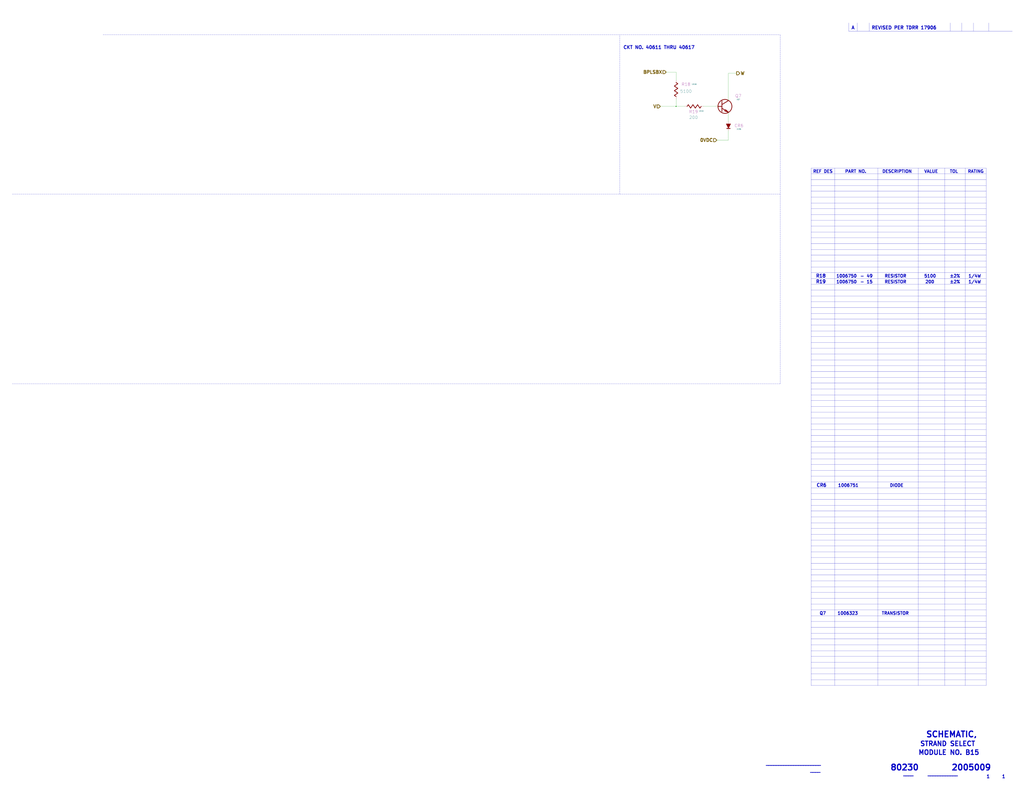
<source format=kicad_sch>
(kicad_sch (version 20211123) (generator eeschema)
  (paper "E")
  (lib_symbols
    (symbol "AGC_DSKY:Diode" (pin_numbers hide) (pin_names (offset 1.016) hide)
      (property "Reference" "CR" (at 0 5.08 0))
      (symbol "Diode_0_1"
        (polyline (pts (xy -2.54 -1.27) (xy -2.54 -1.905)) (stroke (width 0.762)))
        (polyline (pts (xy -2.54 1.27) (xy -2.54 -1.27)) (stroke (width 0.762)))
        (polyline (pts (xy -2.54 1.27) (xy -2.54 1.905)) (stroke (width 0.762)))
        (polyline (pts (xy -2.54 0) (xy 2.54 -2.54) (xy 2.54 2.54) (xy -2.54 0)) (stroke (width 0.2032)) (fill (type outline)))
      )
      (symbol "Diode_1_1"
        (pin passive line (at -5.08 0 0) (length 2.54) (name "K") (number "1"))
        (pin passive line (at 5.08 0 180) (length 2.54) (name "A") (number "2"))
      )
    )
    (symbol "AGC_DSKY:Resistor" (pin_numbers hide) (pin_names (offset 0) hide)
      (property "Reference" "R" (at -0.635 -4.445 0))
      (symbol "Resistor_0_1"
        (polyline (pts (xy -7.62 0) (xy -6.35 -1.905) (xy -3.81 1.905) (xy -1.27 -1.905) (xy 1.27 1.905) (xy 3.81 -1.905) (xy 6.35 1.905) (xy 7.62 0)) (stroke (width 0.762)))
      )
      (symbol "Resistor_1_1"
        (pin passive line (at -10.16 0 0) (length 2.54) (name "1") (number "1"))
        (pin passive line (at 10.16 0 180) (length 2.54) (name "2") (number "2"))
      )
    )
    (symbol "AGC_DSKY:Transistor-NPN" (pin_numbers hide) (pin_names (offset 0) hide)
      (property "Reference" "Q" (at 0 10.541 0))
      (symbol "Transistor-NPN_0_1"
        (polyline (pts (xy -3.302 -2.032) (xy 3.81 -6.35)) (stroke (width 0.762)))
        (polyline (pts (xy -3.302 2.032) (xy 3.81 6.35)) (stroke (width 0.762)))
        (polyline (pts (xy -3.302 5.969) (xy -3.302 -5.715)) (stroke (width 0.762)))
        (polyline (pts (xy -3.302 0) (xy -7.62 0) (xy -7.493 0)) (stroke (width 0.762)))
        (polyline (pts (xy -0.127 -4.826) (xy 0.635 -3.556) (xy 3.81 -6.35) (xy -0.254 -4.953)) (stroke (width 0.762)) (fill (type outline)))
        (circle (center 0 0) (radius 7.62) (stroke (width 0.762)))
      )
      (symbol "Transistor-NPN_1_1"
        (pin passive line (at 3.81 6.35 180) (length 0) (name "C") (number "1"))
        (pin passive line (at -7.62 0 0) (length 0) (name "B") (number "2"))
        (pin passive line (at 3.81 -6.35 180) (length 0) (name "E") (number "3"))
      )
    )
  )
  (junction (at 737.87 116.205))
  (polyline (pts (xy 1037.082 25.019) (xy 1037.082 34.036)) (stroke (width 0) (type solid)))
  (polyline (pts (xy 851.535 38.1) (xy 851.535 419.1)))
  (polyline (pts (xy 885.19 501.015) (xy 1076.325 501.015)) (stroke (width 0) (type solid)))
  (polyline (pts (xy 885.19 729.615) (xy 1076.325 729.615)) (stroke (width 0) (type solid)))
  (polyline (pts (xy 885.19 323.215) (xy 1076.325 323.215)) (stroke (width 0) (type solid)))
  (polyline (pts (xy 1062.482 25.019) (xy 1062.482 34.036)) (stroke (width 0) (type solid)))
  (polyline (pts (xy 885.19 189.865) (xy 1076.325 189.865)) (stroke (width 0) (type solid)))
  (polyline (pts (xy 885.19 272.415) (xy 1076.325 272.415)) (stroke (width 0) (type solid)))
  (polyline (pts (xy 885.19 577.215) (xy 1076.325 577.215)) (stroke (width 0) (type solid)))
  (polyline (pts (xy 885.19 183.515) (xy 885.19 748.665)) (stroke (width 0) (type solid)))
  (polyline (pts (xy 885.19 266.065) (xy 1076.325 266.065)) (stroke (width 0) (type solid)))
  (polyline (pts (xy 885.19 221.615) (xy 1076.325 221.615)) (stroke (width 0) (type solid)))
  (polyline (pts (xy 885.19 723.265) (xy 1076.325 723.265)) (stroke (width 0) (type solid)))
  (polyline (pts (xy 885.19 742.315) (xy 1076.325 742.315)) (stroke (width 0) (type solid)))
  (wire (pts (xy 795.02 142.875) (xy 795.02 153.035)))
  (wire (pts (xy 795.02 122.555) (xy 795.02 132.715)))
  (polyline (pts (xy 926.211 25.019) (xy 926.211 34.036)) (stroke (width 0) (type solid)))
  (polyline (pts (xy 885.19 481.965) (xy 1076.325 481.965)) (stroke (width 0) (type solid)))
  (polyline (pts (xy 885.19 583.565) (xy 1076.325 583.565)) (stroke (width 0) (type solid)))
  (polyline (pts (xy 958.215 183.515) (xy 958.215 748.665)) (stroke (width 0) (type solid)))
  (polyline (pts (xy 885.19 253.365) (xy 1076.325 253.365)) (stroke (width 0) (type solid)))
  (polyline (pts (xy 885.19 450.215) (xy 1076.325 450.215)) (stroke (width 0) (type solid)))
  (polyline (pts (xy 885.19 570.865) (xy 1076.325 570.865)) (stroke (width 0) (type solid)))
  (polyline (pts (xy 885.19 520.065) (xy 1076.325 520.065)) (stroke (width 0) (type solid)))
  (polyline (pts (xy 885.19 386.715) (xy 1076.325 386.715)) (stroke (width 0) (type solid)))
  (polyline (pts (xy 885.19 532.765) (xy 1076.325 532.765)) (stroke (width 0) (type solid)))
  (polyline (pts (xy 885.19 399.415) (xy 1076.325 399.415)) (stroke (width 0) (type solid)))
  (polyline (pts (xy 885.19 215.265) (xy 1076.325 215.265)) (stroke (width 0) (type solid)))
  (polyline (pts (xy 926.211 34.036) (xy 1104.9 34.036)) (stroke (width 0) (type solid)))
  (polyline (pts (xy 1053.465 748.665) (xy 1053.465 183.515)) (stroke (width 0) (type solid)))
  (polyline (pts (xy 885.19 456.565) (xy 1076.325 456.565)) (stroke (width 0) (type solid)))
  (polyline (pts (xy 885.19 361.315) (xy 1076.325 361.315)) (stroke (width 0) (type solid)))
  (polyline (pts (xy 885.19 367.665) (xy 1076.325 367.665)) (stroke (width 0) (type solid)))
  (polyline (pts (xy 1031.24 183.515) (xy 1031.24 748.665)) (stroke (width 0) (type solid)))
  (polyline (pts (xy 885.19 431.165) (xy 1076.325 431.165)) (stroke (width 0) (type solid)))
  (polyline (pts (xy 885.19 551.815) (xy 1076.325 551.815)) (stroke (width 0) (type solid)))
  (polyline (pts (xy 885.19 418.465) (xy 1076.325 418.465)) (stroke (width 0) (type solid)))
  (polyline (pts (xy 935.736 25.019) (xy 935.736 34.036)) (stroke (width 0) (type solid)))
  (polyline (pts (xy 885.19 697.865) (xy 1076.325 697.865)) (stroke (width 0) (type solid)))
  (polyline (pts (xy 885.19 558.165) (xy 1076.325 558.165)) (stroke (width 0) (type solid)))
  (polyline (pts (xy 885.19 634.365) (xy 1076.325 634.365)) (stroke (width 0) (type solid)))
  (polyline (pts (xy 885.19 666.115) (xy 1076.325 666.115)) (stroke (width 0) (type solid)))
  (wire (pts (xy 737.87 78.74) (xy 737.87 87.63)))
  (wire (pts (xy 737.87 78.74) (xy 727.075 78.74)))
  (polyline (pts (xy 885.19 596.265) (xy 1076.325 596.265)) (stroke (width 0) (type solid)))
  (polyline (pts (xy 885.19 297.815) (xy 1076.325 297.815)) (stroke (width 0) (type solid)))
  (polyline (pts (xy 885.19 354.965) (xy 1076.325 354.965)) (stroke (width 0) (type solid)))
  (polyline (pts (xy 885.19 374.015) (xy 1076.325 374.015)) (stroke (width 0) (type solid)))
  (polyline (pts (xy 885.19 589.915) (xy 1076.325 589.915)) (stroke (width 0) (type solid)))
  (polyline (pts (xy 885.19 342.265) (xy 1076.325 342.265)) (stroke (width 0) (type solid)))
  (polyline (pts (xy 885.19 659.765) (xy 1076.325 659.765)) (stroke (width 0) (type solid)))
  (polyline (pts (xy 885.19 628.015) (xy 1076.325 628.015)) (stroke (width 0) (type solid)))
  (polyline (pts (xy 885.19 329.565) (xy 1076.325 329.565)) (stroke (width 0) (type solid)))
  (polyline (pts (xy 885.19 208.915) (xy 1076.325 208.915)) (stroke (width 0) (type solid)))
  (wire (pts (xy 737.87 107.95) (xy 737.87 116.205)))
  (polyline (pts (xy 112.395 38.1) (xy 851.535 38.1)))
  (polyline (pts (xy 885.19 494.665) (xy 1076.325 494.665)) (stroke (width 0) (type solid)))
  (polyline (pts (xy 885.19 240.665) (xy 1076.325 240.665)) (stroke (width 0) (type solid)))
  (polyline (pts (xy 885.19 653.415) (xy 1076.325 653.415)) (stroke (width 0) (type solid)))
  (polyline (pts (xy 885.19 291.465) (xy 1076.325 291.465)) (stroke (width 0) (type solid)))
  (polyline (pts (xy 13.335 212.09) (xy 851.535 212.09)))
  (polyline (pts (xy 885.19 507.365) (xy 1076.325 507.365)) (stroke (width 0) (type solid)))
  (polyline (pts (xy 885.19 475.615) (xy 1076.325 475.615)) (stroke (width 0) (type solid)))
  (polyline (pts (xy 885.19 716.915) (xy 1076.325 716.915)) (stroke (width 0) (type solid)))
  (polyline (pts (xy 885.19 443.865) (xy 1076.325 443.865)) (stroke (width 0) (type solid)))
  (wire (pts (xy 782.32 153.035) (xy 795.02 153.035)))
  (polyline (pts (xy 885.19 647.065) (xy 1076.325 647.065)) (stroke (width 0) (type solid)))
  (polyline (pts (xy 885.19 602.615) (xy 1076.325 602.615)) (stroke (width 0) (type solid)))
  (polyline (pts (xy 885.19 310.515) (xy 1076.325 310.515)) (stroke (width 0) (type solid)))
  (wire (pts (xy 795.02 80.01) (xy 795.02 109.855)))
  (polyline (pts (xy 911.225 748.665) (xy 911.225 183.515)) (stroke (width 0) (type solid)))
  (polyline (pts (xy 885.19 564.515) (xy 1076.325 564.515)) (stroke (width 0) (type solid)))
  (polyline (pts (xy 676.275 212.09) (xy 676.275 38.1)))
  (wire (pts (xy 747.395 116.205) (xy 737.87 116.205)))
  (polyline (pts (xy 885.19 526.415) (xy 1076.325 526.415)) (stroke (width 0) (type solid)))
  (polyline (pts (xy 1076.325 183.515) (xy 1076.325 748.665)) (stroke (width 0) (type solid)))
  (wire (pts (xy 767.715 116.205) (xy 783.59 116.205)))
  (polyline (pts (xy 885.19 304.165) (xy 1076.325 304.165)) (stroke (width 0) (type solid)))
  (polyline (pts (xy 885.19 234.315) (xy 1076.325 234.315)) (stroke (width 0) (type solid)))
  (polyline (pts (xy 885.19 640.715) (xy 1076.325 640.715)) (stroke (width 0) (type solid)))
  (polyline (pts (xy 885.19 513.715) (xy 1076.325 513.715)) (stroke (width 0) (type solid)))
  (polyline (pts (xy 885.19 678.815) (xy 1076.325 678.815)) (stroke (width 0) (type solid)))
  (polyline (pts (xy 885.19 615.315) (xy 1076.325 615.315)) (stroke (width 0) (type solid)))
  (polyline (pts (xy 885.19 247.015) (xy 1076.325 247.015)) (stroke (width 0) (type solid)))
  (polyline (pts (xy 885.19 437.515) (xy 1076.325 437.515)) (stroke (width 0) (type solid)))
  (polyline (pts (xy 885.19 462.915) (xy 1076.325 462.915)) (stroke (width 0) (type solid)))
  (polyline (pts (xy 1002.03 748.665) (xy 1002.03 183.515)) (stroke (width 0) (type solid)))
  (polyline (pts (xy 885.19 608.965) (xy 1076.325 608.965)) (stroke (width 0) (type solid)))
  (polyline (pts (xy 885.19 405.765) (xy 1076.325 405.765)) (stroke (width 0) (type solid)))
  (polyline (pts (xy 885.19 748.665) (xy 1076.325 748.665)) (stroke (width 0) (type solid)))
  (polyline (pts (xy 885.19 710.565) (xy 1076.325 710.565)) (stroke (width 0) (type solid)))
  (polyline (pts (xy 885.19 393.065) (xy 1076.325 393.065)) (stroke (width 0) (type solid)))
  (polyline (pts (xy 885.19 469.265) (xy 1076.325 469.265)) (stroke (width 0) (type solid)))
  (polyline (pts (xy 1078.992 25.019) (xy 1078.992 34.036)) (stroke (width 0) (type solid)))
  (polyline (pts (xy 885.19 735.965) (xy 1076.325 735.965)) (stroke (width 0) (type solid)))
  (polyline (pts (xy 885.19 488.315) (xy 1076.325 488.315)) (stroke (width 0) (type solid)))
  (polyline (pts (xy 1049.782 25.019) (xy 1049.782 34.036)) (stroke (width 0) (type solid)))
  (polyline (pts (xy 885.19 227.965) (xy 1076.325 227.965)) (stroke (width 0) (type solid)))
  (wire (pts (xy 737.87 116.205) (xy 720.725 116.205)))
  (polyline (pts (xy 885.19 380.365) (xy 1076.325 380.365)) (stroke (width 0) (type solid)))
  (polyline (pts (xy 885.19 424.815) (xy 1076.325 424.815)) (stroke (width 0) (type solid)))
  (polyline (pts (xy 885.19 704.215) (xy 1076.325 704.215)) (stroke (width 0) (type solid)))
  (polyline (pts (xy 885.19 412.115) (xy 1076.325 412.115)) (stroke (width 0) (type solid)))
  (polyline (pts (xy 885.19 183.515) (xy 1076.325 183.515)) (stroke (width 0) (type solid)))
  (polyline (pts (xy 885.19 545.465) (xy 1076.325 545.465)) (stroke (width 0) (type solid)))
  (polyline (pts (xy 948.69 25.019) (xy 948.69 34.036)) (stroke (width 0) (type solid)))
  (polyline (pts (xy 885.19 348.615) (xy 1076.325 348.615)) (stroke (width 0) (type solid)))
  (polyline (pts (xy 885.19 685.165) (xy 1076.325 685.165)) (stroke (width 0) (type solid)))
  (polyline (pts (xy 885.19 539.115) (xy 1076.325 539.115)) (stroke (width 0) (type solid)))
  (wire (pts (xy 795.02 80.01) (xy 803.91 80.01)))
  (polyline (pts (xy 885.19 335.915) (xy 1076.325 335.915)) (stroke (width 0) (type solid)))
  (polyline (pts (xy 851.535 419.1) (xy 13.335 419.1)))
  (polyline (pts (xy 885.19 202.565) (xy 1076.325 202.565)) (stroke (width 0) (type solid)))
  (polyline (pts (xy 885.19 278.765) (xy 1076.325 278.765)) (stroke (width 0) (type solid)))
  (polyline (pts (xy 885.19 691.515) (xy 1076.325 691.515)) (stroke (width 0) (type solid)))
  (polyline (pts (xy 885.19 316.865) (xy 1076.325 316.865)) (stroke (width 0) (type solid)))
  (polyline (pts (xy 885.19 196.215) (xy 1076.325 196.215)) (stroke (width 0) (type solid)))
  (polyline (pts (xy 885.19 285.115) (xy 1076.325 285.115)) (stroke (width 0) (type solid)))
  (polyline (pts (xy 885.19 621.665) (xy 1076.325 621.665)) (stroke (width 0) (type solid)))
  (polyline (pts (xy 885.19 259.715) (xy 1076.325 259.715)) (stroke (width 0) (type solid)))
  (polyline (pts (xy 885.19 672.465) (xy 1076.325 672.465)) (stroke (width 0) (type solid)))
  (text "TRANSISTOR" (at 962.025 671.83 0) (effects (font (size 3.302 3.302) (thickness 0.6604) bold) (justify left bottom)))
  (text "1006323" (at 913.765 671.83 0) (effects (font (size 3.302 3.302) (thickness 0.6604) bold) (justify left bottom)))
  (text "CKT NO. 40611 THRU 40617" (at 680.085 53.975 0) (effects (font (size 3.556 3.556) (thickness 0.7112) bold) (justify left bottom)))
  (text "R19" (at 890.27 309.88 0) (effects (font (size 3.556 3.556) (thickness 0.7112) bold) (justify left bottom)))
  (text "____________" (at 1012.19 847.725 0) (effects (font (size 3.556 3.556) (thickness 0.7112) bold) (justify left bottom)))
  (text "A       REVISED PER TDRR 17906" (at 929.005 32.512 0) (effects (font (size 3.556 3.556) (thickness 0.7112) bold) (justify left bottom)))
  (text "SCHEMATIC," (at 1010.285 805.815 0) (effects (font (size 6.35 6.35) (thickness 1.27) bold) (justify left bottom)))
  (text "15" (at 945.515 309.88 0) (effects (font (size 3.302 3.302) (thickness 0.6604) bold) (justify left bottom)))
  (text "1006750" (at 912.495 303.53 0) (effects (font (size 3.302 3.302) (thickness 0.6604) bold) (justify left bottom)))
  (text "±2%" (at 1036.32 303.53 0) (effects (font (size 3.302 3.302) (thickness 0.6604) bold) (justify left bottom)))
  (text "1006751" (at 914.4 532.13 0) (effects (font (size 3.302 3.302) (thickness 0.6604) bold) (justify left bottom)))
  (text "1/4W" (at 1056.64 303.53 0) (effects (font (size 3.302 3.302) (thickness 0.6604) bold) (justify left bottom)))
  (text "____" (at 883.92 843.915 0) (effects (font (size 3.556 3.556) (thickness 0.7112) bold) (justify left bottom)))
  (text "____" (at 985.52 847.725 0) (effects (font (size 3.556 3.556) (thickness 0.7112) bold) (justify left bottom)))
  (text "1     1" (at 1076.325 850.265 0) (effects (font (size 3.556 3.556) (thickness 0.7112) bold) (justify left bottom)))
  (text "R18" (at 890.27 303.53 0) (effects (font (size 3.556 3.556) (thickness 0.7112) bold) (justify left bottom)))
  (text "VALUE" (at 1008.38 189.23 0) (effects (font (size 3.302 3.302) (thickness 0.6604) bold) (justify left bottom)))
  (text "-" (at 938.53 303.53 0) (effects (font (size 3.302 3.302) (thickness 0.6604) bold) (justify left bottom)))
  (text "±2%" (at 1036.32 309.88 0) (effects (font (size 3.302 3.302) (thickness 0.6604) bold) (justify left bottom)))
  (text "TOL" (at 1036.32 189.23 0) (effects (font (size 3.302 3.302) (thickness 0.6604) bold) (justify left bottom)))
  (text "200" (at 1009.65 309.88 0) (effects (font (size 3.302 3.302) (thickness 0.6604) bold) (justify left bottom)))
  (text "1006750" (at 912.495 309.88 0) (effects (font (size 3.302 3.302) (thickness 0.6604) bold) (justify left bottom)))
  (text "CR6" (at 890.905 532.13 0) (effects (font (size 3.556 3.556) (thickness 0.7112) bold) (justify left bottom)))
  (text "80230" (at 971.3976 841.9846 0) (effects (font (size 6.35 6.35) (thickness 1.27) bold) (justify left bottom)))
  (text "REF DES" (at 887.095 189.23 0) (effects (font (size 3.302 3.302) (thickness 0.6604) bold) (justify left bottom)))
  (text "DESCRIPTION" (at 962.66 189.23 0) (effects (font (size 3.302 3.302) (thickness 0.6604) bold) (justify left bottom)))
  (text "2005009" (at 1038.0726 841.9846 0) (effects (font (size 6.35 6.35) (thickness 1.27) bold) (justify left bottom)))
  (text "MODULE NO. B15" (at 1002.03 824.865 0) (effects (font (size 5.08 5.08) (thickness 1.016) bold) (justify left bottom)))
  (text "-" (at 938.53 309.88 0) (effects (font (size 3.302 3.302) (thickness 0.6604) bold) (justify left bottom)))
  (text "RESISTOR" (at 965.2 303.53 0) (effects (font (size 3.302 3.302) (thickness 0.6604) bold) (justify left bottom)))
  (text "5100" (at 1008.38 303.53 0) (effects (font (size 3.302 3.302) (thickness 0.6604) bold) (justify left bottom)))
  (text "______________________" (at 835.66 836.295 0) (effects (font (size 3.556 3.556) (thickness 0.7112) bold) (justify left bottom)))
  (text "PART NO." (at 922.02 189.23 0) (effects (font (size 3.302 3.302) (thickness 0.6604) bold) (justify left bottom)))
  (text "RESISTOR" (at 965.2 309.88 0) (effects (font (size 3.302 3.302) (thickness 0.6604) bold) (justify left bottom)))
  (text "1/4W" (at 1056.64 309.88 0) (effects (font (size 3.302 3.302) (thickness 0.6604) bold) (justify left bottom)))
  (text "49" (at 945.515 303.53 0) (effects (font (size 3.302 3.302) (thickness 0.6604) bold) (justify left bottom)))
  (text "STRAND SELECT" (at 1003.935 815.34 0) (effects (font (size 5.08 5.08) (thickness 1.016) bold) (justify left bottom)))
  (text "RATING" (at 1056.005 189.23 0) (effects (font (size 3.302 3.302) (thickness 0.6604) bold) (justify left bottom)))
  (text "Q7" (at 901.7 671.83 180) (effects (font (size 3.302 3.302) (thickness 0.6604) bold) (justify right bottom)))
  (text "DIODE" (at 970.915 532.13 0) (effects (font (size 3.302 3.302) (thickness 0.6604) bold) (justify left bottom)))
  (hierarchical_label "V" (shape input) (at 720.725 116.205 180) (effects (font (size 3.556 3.556) (thickness 0.7112) bold)))
  (hierarchical_label "0VDC" (shape input) (at 782.32 153.035 180) (effects (font (size 3.556 3.556) (thickness 0.7112) bold)))
  (hierarchical_label "BPLSBX" (shape input) (at 727.075 78.74 180) (effects (font (size 3.556 3.556) (thickness 0.7112) bold)))
  (hierarchical_label "W" (shape output) (at 803.91 80.01 0) (effects (font (size 3.556 3.556) (thickness 0.7112) bold)))
  (symbol (lib_id "AGC_DSKY:Transistor-NPN") (at 791.21 116.205 0)
    (property "Reference" "1Q7" (at 805.815 108.585 0))
    (property "Value" "Transistor-NPN" (effects hide))
    (property "OREFD" "Q7" (at 805.815 104.775 0) (effects (font (size 3.302 3.302))))
  )
  (symbol (lib_id "AGC_DSKY:Diode") (at 795.02 137.795 90)
    (property "Reference" "1CR6" (at 806.45 140.97 90))
    (property "Value" "Diode" (effects hide))
    (property "OREFD" "CR6" (at 806.45 137.16 90) (effects (font (size 3.302 3.302))))
  )
  (symbol (lib_id "AGC_DSKY:Resistor") (at 757.555 116.205 0) (mirror y)
    (property "Reference" "1R19" (at 765.175 121.285 0))
    (property "Value" "200" (at 756.92 128.27 0) (effects (font (size 3.302 3.302))))
    (property "OREFD" "R19" (at 756.92 121.92 0) (effects (font (size 3.302 3.302))))
  )
  (symbol (lib_id "AGC_DSKY:Resistor") (at 737.87 97.79 90) (mirror x)
    (property "Reference" "1R18" (at 757.555 92.075 90))
    (property "Value" "5100" (at 748.665 99.695 90) (effects (font (size 3.302 3.302))))
    (property "OREFD" "R18" (at 748.665 92.075 90) (effects (font (size 3.302 3.302))))
  )
)
</source>
